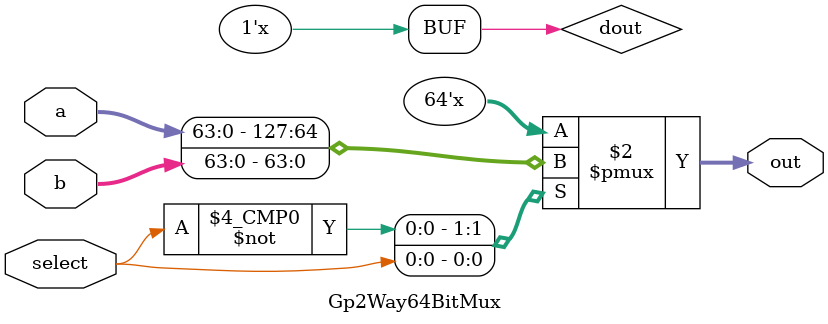
<source format=v>
/**
    File: Gp2Way64BitMix.v
    Author: BlackIsDevin (https://github.com/BlackIsDevin)
    Date: 7/8/2021
    Target Devices:
        Mimas A7 Revision V3 Development Board
        Arty A7-35T Development Board (future target)
    Description:
        This module implements a general-purpose 2:1 multiplexer with
        64-bit wide inputs/outputs.
*/
module Gp2Way64BitMux(
    input [63:0] a,
    input [63:0] b,
    input select,

    output reg [63:0] out
);

    always @(*) begin
        case(select)
            1'b0: out = a;
            1'b1: out = b;
            default: dout = 64'hX; 
        endcase
    end

endmodule

</source>
